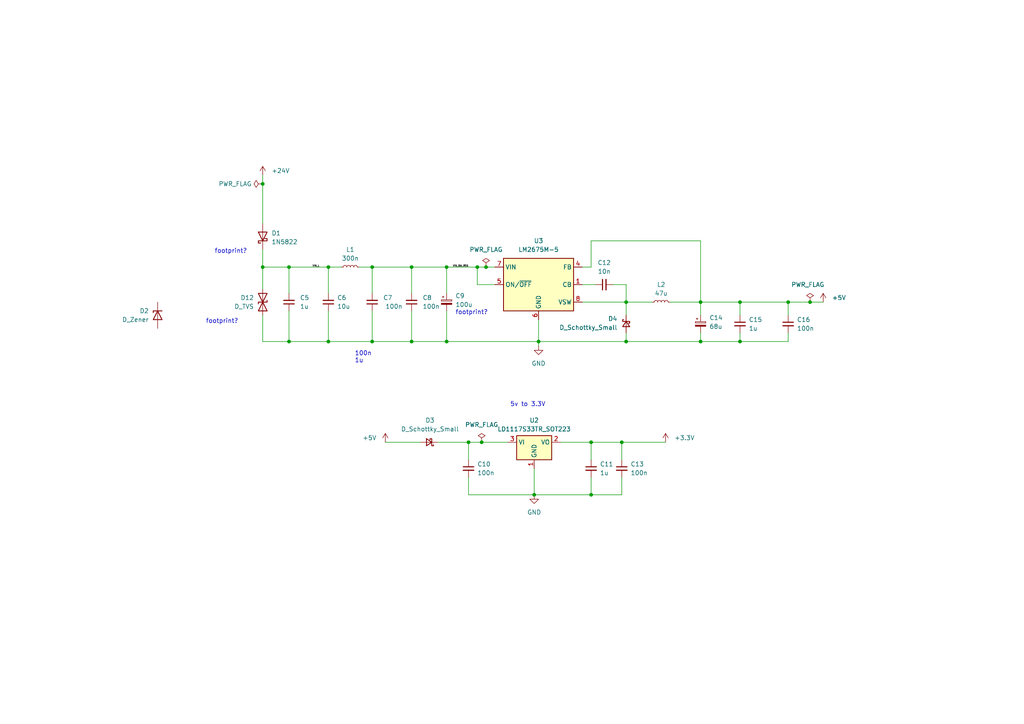
<source format=kicad_sch>
(kicad_sch (version 20230121) (generator eeschema)

  (uuid ae92b0a4-343f-4b2c-b83e-28ea178a9c0a)

  (paper "A4")

  (lib_symbols
    (symbol "Device:C_Polarized_Small" (pin_numbers hide) (pin_names (offset 0.254) hide) (in_bom yes) (on_board yes)
      (property "Reference" "C" (at 0.254 1.778 0)
        (effects (font (size 1.27 1.27)) (justify left))
      )
      (property "Value" "C_Polarized_Small" (at 0.254 -2.032 0)
        (effects (font (size 1.27 1.27)) (justify left))
      )
      (property "Footprint" "" (at 0 0 0)
        (effects (font (size 1.27 1.27)) hide)
      )
      (property "Datasheet" "~" (at 0 0 0)
        (effects (font (size 1.27 1.27)) hide)
      )
      (property "ki_keywords" "cap capacitor" (at 0 0 0)
        (effects (font (size 1.27 1.27)) hide)
      )
      (property "ki_description" "Polarized capacitor, small symbol" (at 0 0 0)
        (effects (font (size 1.27 1.27)) hide)
      )
      (property "ki_fp_filters" "CP_*" (at 0 0 0)
        (effects (font (size 1.27 1.27)) hide)
      )
      (symbol "C_Polarized_Small_0_1"
        (rectangle (start -1.524 -0.3048) (end 1.524 -0.6858)
          (stroke (width 0) (type default))
          (fill (type outline))
        )
        (rectangle (start -1.524 0.6858) (end 1.524 0.3048)
          (stroke (width 0) (type default))
          (fill (type none))
        )
        (polyline
          (pts
            (xy -1.27 1.524)
            (xy -0.762 1.524)
          )
          (stroke (width 0) (type default))
          (fill (type none))
        )
        (polyline
          (pts
            (xy -1.016 1.27)
            (xy -1.016 1.778)
          )
          (stroke (width 0) (type default))
          (fill (type none))
        )
      )
      (symbol "C_Polarized_Small_1_1"
        (pin passive line (at 0 2.54 270) (length 1.8542)
          (name "~" (effects (font (size 1.27 1.27))))
          (number "1" (effects (font (size 1.27 1.27))))
        )
        (pin passive line (at 0 -2.54 90) (length 1.8542)
          (name "~" (effects (font (size 1.27 1.27))))
          (number "2" (effects (font (size 1.27 1.27))))
        )
      )
    )
    (symbol "Device:C_Small" (pin_numbers hide) (pin_names (offset 0.254) hide) (in_bom yes) (on_board yes)
      (property "Reference" "C" (at 0.254 1.778 0)
        (effects (font (size 1.27 1.27)) (justify left))
      )
      (property "Value" "C_Small" (at 0.254 -2.032 0)
        (effects (font (size 1.27 1.27)) (justify left))
      )
      (property "Footprint" "" (at 0 0 0)
        (effects (font (size 1.27 1.27)) hide)
      )
      (property "Datasheet" "~" (at 0 0 0)
        (effects (font (size 1.27 1.27)) hide)
      )
      (property "ki_keywords" "capacitor cap" (at 0 0 0)
        (effects (font (size 1.27 1.27)) hide)
      )
      (property "ki_description" "Unpolarized capacitor, small symbol" (at 0 0 0)
        (effects (font (size 1.27 1.27)) hide)
      )
      (property "ki_fp_filters" "C_*" (at 0 0 0)
        (effects (font (size 1.27 1.27)) hide)
      )
      (symbol "C_Small_0_1"
        (polyline
          (pts
            (xy -1.524 -0.508)
            (xy 1.524 -0.508)
          )
          (stroke (width 0.3302) (type default))
          (fill (type none))
        )
        (polyline
          (pts
            (xy -1.524 0.508)
            (xy 1.524 0.508)
          )
          (stroke (width 0.3048) (type default))
          (fill (type none))
        )
      )
      (symbol "C_Small_1_1"
        (pin passive line (at 0 2.54 270) (length 2.032)
          (name "~" (effects (font (size 1.27 1.27))))
          (number "1" (effects (font (size 1.27 1.27))))
        )
        (pin passive line (at 0 -2.54 90) (length 2.032)
          (name "~" (effects (font (size 1.27 1.27))))
          (number "2" (effects (font (size 1.27 1.27))))
        )
      )
    )
    (symbol "Device:D_Schottky_Small" (pin_numbers hide) (pin_names (offset 0.254) hide) (in_bom yes) (on_board yes)
      (property "Reference" "D" (at -1.27 2.032 0)
        (effects (font (size 1.27 1.27)) (justify left))
      )
      (property "Value" "D_Schottky_Small" (at -7.112 -2.032 0)
        (effects (font (size 1.27 1.27)) (justify left))
      )
      (property "Footprint" "" (at 0 0 90)
        (effects (font (size 1.27 1.27)) hide)
      )
      (property "Datasheet" "~" (at 0 0 90)
        (effects (font (size 1.27 1.27)) hide)
      )
      (property "ki_keywords" "diode Schottky" (at 0 0 0)
        (effects (font (size 1.27 1.27)) hide)
      )
      (property "ki_description" "Schottky diode, small symbol" (at 0 0 0)
        (effects (font (size 1.27 1.27)) hide)
      )
      (property "ki_fp_filters" "TO-???* *_Diode_* *SingleDiode* D_*" (at 0 0 0)
        (effects (font (size 1.27 1.27)) hide)
      )
      (symbol "D_Schottky_Small_0_1"
        (polyline
          (pts
            (xy -0.762 0)
            (xy 0.762 0)
          )
          (stroke (width 0) (type default))
          (fill (type none))
        )
        (polyline
          (pts
            (xy 0.762 -1.016)
            (xy -0.762 0)
            (xy 0.762 1.016)
            (xy 0.762 -1.016)
          )
          (stroke (width 0.254) (type default))
          (fill (type none))
        )
        (polyline
          (pts
            (xy -1.27 0.762)
            (xy -1.27 1.016)
            (xy -0.762 1.016)
            (xy -0.762 -1.016)
            (xy -0.254 -1.016)
            (xy -0.254 -0.762)
          )
          (stroke (width 0.254) (type default))
          (fill (type none))
        )
      )
      (symbol "D_Schottky_Small_1_1"
        (pin passive line (at -2.54 0 0) (length 1.778)
          (name "K" (effects (font (size 1.27 1.27))))
          (number "1" (effects (font (size 1.27 1.27))))
        )
        (pin passive line (at 2.54 0 180) (length 1.778)
          (name "A" (effects (font (size 1.27 1.27))))
          (number "2" (effects (font (size 1.27 1.27))))
        )
      )
    )
    (symbol "Device:D_TVS" (pin_numbers hide) (pin_names (offset 1.016) hide) (in_bom yes) (on_board yes)
      (property "Reference" "D" (at 0 2.54 0)
        (effects (font (size 1.27 1.27)))
      )
      (property "Value" "D_TVS" (at 0 -2.54 0)
        (effects (font (size 1.27 1.27)))
      )
      (property "Footprint" "" (at 0 0 0)
        (effects (font (size 1.27 1.27)) hide)
      )
      (property "Datasheet" "~" (at 0 0 0)
        (effects (font (size 1.27 1.27)) hide)
      )
      (property "ki_keywords" "diode TVS thyrector" (at 0 0 0)
        (effects (font (size 1.27 1.27)) hide)
      )
      (property "ki_description" "Bidirectional transient-voltage-suppression diode" (at 0 0 0)
        (effects (font (size 1.27 1.27)) hide)
      )
      (property "ki_fp_filters" "TO-???* *_Diode_* *SingleDiode* D_*" (at 0 0 0)
        (effects (font (size 1.27 1.27)) hide)
      )
      (symbol "D_TVS_0_1"
        (polyline
          (pts
            (xy 1.27 0)
            (xy -1.27 0)
          )
          (stroke (width 0) (type default))
          (fill (type none))
        )
        (polyline
          (pts
            (xy 0.508 1.27)
            (xy 0 1.27)
            (xy 0 -1.27)
            (xy -0.508 -1.27)
          )
          (stroke (width 0.254) (type default))
          (fill (type none))
        )
        (polyline
          (pts
            (xy -2.54 1.27)
            (xy -2.54 -1.27)
            (xy 2.54 1.27)
            (xy 2.54 -1.27)
            (xy -2.54 1.27)
          )
          (stroke (width 0.254) (type default))
          (fill (type none))
        )
      )
      (symbol "D_TVS_1_1"
        (pin passive line (at -3.81 0 0) (length 2.54)
          (name "A1" (effects (font (size 1.27 1.27))))
          (number "1" (effects (font (size 1.27 1.27))))
        )
        (pin passive line (at 3.81 0 180) (length 2.54)
          (name "A2" (effects (font (size 1.27 1.27))))
          (number "2" (effects (font (size 1.27 1.27))))
        )
      )
    )
    (symbol "Device:D_Zener" (pin_numbers hide) (pin_names (offset 1.016) hide) (in_bom yes) (on_board yes)
      (property "Reference" "D" (at 0 2.54 0)
        (effects (font (size 1.27 1.27)))
      )
      (property "Value" "D_Zener" (at 0 -2.54 0)
        (effects (font (size 1.27 1.27)))
      )
      (property "Footprint" "" (at 0 0 0)
        (effects (font (size 1.27 1.27)) hide)
      )
      (property "Datasheet" "~" (at 0 0 0)
        (effects (font (size 1.27 1.27)) hide)
      )
      (property "ki_keywords" "diode" (at 0 0 0)
        (effects (font (size 1.27 1.27)) hide)
      )
      (property "ki_description" "Zener diode" (at 0 0 0)
        (effects (font (size 1.27 1.27)) hide)
      )
      (property "ki_fp_filters" "TO-???* *_Diode_* *SingleDiode* D_*" (at 0 0 0)
        (effects (font (size 1.27 1.27)) hide)
      )
      (symbol "D_Zener_0_1"
        (polyline
          (pts
            (xy 1.27 0)
            (xy -1.27 0)
          )
          (stroke (width 0) (type default))
          (fill (type none))
        )
        (polyline
          (pts
            (xy -1.27 -1.27)
            (xy -1.27 1.27)
            (xy -0.762 1.27)
          )
          (stroke (width 0.254) (type default))
          (fill (type none))
        )
        (polyline
          (pts
            (xy 1.27 -1.27)
            (xy 1.27 1.27)
            (xy -1.27 0)
            (xy 1.27 -1.27)
          )
          (stroke (width 0.254) (type default))
          (fill (type none))
        )
      )
      (symbol "D_Zener_1_1"
        (pin passive line (at -3.81 0 0) (length 2.54)
          (name "K" (effects (font (size 1.27 1.27))))
          (number "1" (effects (font (size 1.27 1.27))))
        )
        (pin passive line (at 3.81 0 180) (length 2.54)
          (name "A" (effects (font (size 1.27 1.27))))
          (number "2" (effects (font (size 1.27 1.27))))
        )
      )
    )
    (symbol "Device:L_Small" (pin_numbers hide) (pin_names (offset 0.254) hide) (in_bom yes) (on_board yes)
      (property "Reference" "L" (at 0.762 1.016 0)
        (effects (font (size 1.27 1.27)) (justify left))
      )
      (property "Value" "L_Small" (at 0.762 -1.016 0)
        (effects (font (size 1.27 1.27)) (justify left))
      )
      (property "Footprint" "" (at 0 0 0)
        (effects (font (size 1.27 1.27)) hide)
      )
      (property "Datasheet" "~" (at 0 0 0)
        (effects (font (size 1.27 1.27)) hide)
      )
      (property "ki_keywords" "inductor choke coil reactor magnetic" (at 0 0 0)
        (effects (font (size 1.27 1.27)) hide)
      )
      (property "ki_description" "Inductor, small symbol" (at 0 0 0)
        (effects (font (size 1.27 1.27)) hide)
      )
      (property "ki_fp_filters" "Choke_* *Coil* Inductor_* L_*" (at 0 0 0)
        (effects (font (size 1.27 1.27)) hide)
      )
      (symbol "L_Small_0_1"
        (arc (start 0 -2.032) (mid 0.5058 -1.524) (end 0 -1.016)
          (stroke (width 0) (type default))
          (fill (type none))
        )
        (arc (start 0 -1.016) (mid 0.5058 -0.508) (end 0 0)
          (stroke (width 0) (type default))
          (fill (type none))
        )
        (arc (start 0 0) (mid 0.5058 0.508) (end 0 1.016)
          (stroke (width 0) (type default))
          (fill (type none))
        )
        (arc (start 0 1.016) (mid 0.5058 1.524) (end 0 2.032)
          (stroke (width 0) (type default))
          (fill (type none))
        )
      )
      (symbol "L_Small_1_1"
        (pin passive line (at 0 2.54 270) (length 0.508)
          (name "~" (effects (font (size 1.27 1.27))))
          (number "1" (effects (font (size 1.27 1.27))))
        )
        (pin passive line (at 0 -2.54 90) (length 0.508)
          (name "~" (effects (font (size 1.27 1.27))))
          (number "2" (effects (font (size 1.27 1.27))))
        )
      )
    )
    (symbol "Diode:1N5822" (pin_numbers hide) (pin_names (offset 1.016) hide) (in_bom yes) (on_board yes)
      (property "Reference" "D" (at 0 2.54 0)
        (effects (font (size 1.27 1.27)))
      )
      (property "Value" "1N5822" (at 0 -2.54 0)
        (effects (font (size 1.27 1.27)))
      )
      (property "Footprint" "Diode_THT:D_DO-201AD_P15.24mm_Horizontal" (at 0 -4.445 0)
        (effects (font (size 1.27 1.27)) hide)
      )
      (property "Datasheet" "http://www.vishay.com/docs/88526/1n5820.pdf" (at 0 0 0)
        (effects (font (size 1.27 1.27)) hide)
      )
      (property "ki_keywords" "diode Schottky" (at 0 0 0)
        (effects (font (size 1.27 1.27)) hide)
      )
      (property "ki_description" "40V 3A Schottky Barrier Rectifier Diode, DO-201AD" (at 0 0 0)
        (effects (font (size 1.27 1.27)) hide)
      )
      (property "ki_fp_filters" "D*DO?201AD*" (at 0 0 0)
        (effects (font (size 1.27 1.27)) hide)
      )
      (symbol "1N5822_0_1"
        (polyline
          (pts
            (xy 1.27 0)
            (xy -1.27 0)
          )
          (stroke (width 0) (type default))
          (fill (type none))
        )
        (polyline
          (pts
            (xy 1.27 1.27)
            (xy 1.27 -1.27)
            (xy -1.27 0)
            (xy 1.27 1.27)
          )
          (stroke (width 0.254) (type default))
          (fill (type none))
        )
        (polyline
          (pts
            (xy -1.905 0.635)
            (xy -1.905 1.27)
            (xy -1.27 1.27)
            (xy -1.27 -1.27)
            (xy -0.635 -1.27)
            (xy -0.635 -0.635)
          )
          (stroke (width 0.254) (type default))
          (fill (type none))
        )
      )
      (symbol "1N5822_1_1"
        (pin passive line (at -3.81 0 0) (length 2.54)
          (name "K" (effects (font (size 1.27 1.27))))
          (number "1" (effects (font (size 1.27 1.27))))
        )
        (pin passive line (at 3.81 0 180) (length 2.54)
          (name "A" (effects (font (size 1.27 1.27))))
          (number "2" (effects (font (size 1.27 1.27))))
        )
      )
    )
    (symbol "Regulator_Linear:LD1117S33TR_SOT223" (in_bom yes) (on_board yes)
      (property "Reference" "U" (at -3.81 3.175 0)
        (effects (font (size 1.27 1.27)))
      )
      (property "Value" "LD1117S33TR_SOT223" (at 0 3.175 0)
        (effects (font (size 1.27 1.27)) (justify left))
      )
      (property "Footprint" "Package_TO_SOT_SMD:SOT-223-3_TabPin2" (at 0 5.08 0)
        (effects (font (size 1.27 1.27)) hide)
      )
      (property "Datasheet" "http://www.st.com/st-web-ui/static/active/en/resource/technical/document/datasheet/CD00000544.pdf" (at 2.54 -6.35 0)
        (effects (font (size 1.27 1.27)) hide)
      )
      (property "ki_keywords" "REGULATOR LDO 3.3V" (at 0 0 0)
        (effects (font (size 1.27 1.27)) hide)
      )
      (property "ki_description" "800mA Fixed Low Drop Positive Voltage Regulator, Fixed Output 3.3V, SOT-223" (at 0 0 0)
        (effects (font (size 1.27 1.27)) hide)
      )
      (property "ki_fp_filters" "SOT?223*TabPin2*" (at 0 0 0)
        (effects (font (size 1.27 1.27)) hide)
      )
      (symbol "LD1117S33TR_SOT223_0_1"
        (rectangle (start -5.08 -5.08) (end 5.08 1.905)
          (stroke (width 0.254) (type default))
          (fill (type background))
        )
      )
      (symbol "LD1117S33TR_SOT223_1_1"
        (pin power_in line (at 0 -7.62 90) (length 2.54)
          (name "GND" (effects (font (size 1.27 1.27))))
          (number "1" (effects (font (size 1.27 1.27))))
        )
        (pin power_out line (at 7.62 0 180) (length 2.54)
          (name "VO" (effects (font (size 1.27 1.27))))
          (number "2" (effects (font (size 1.27 1.27))))
        )
        (pin power_in line (at -7.62 0 0) (length 2.54)
          (name "VI" (effects (font (size 1.27 1.27))))
          (number "3" (effects (font (size 1.27 1.27))))
        )
      )
    )
    (symbol "Regulator_Switching:LM2675M-5" (in_bom yes) (on_board yes)
      (property "Reference" "U" (at -10.16 8.89 0)
        (effects (font (size 1.27 1.27)) (justify left))
      )
      (property "Value" "LM2675M-5" (at 0 8.89 0)
        (effects (font (size 1.27 1.27)) (justify left))
      )
      (property "Footprint" "Package_SO:SOIC-8_3.9x4.9mm_P1.27mm" (at 1.27 -8.89 0)
        (effects (font (size 1.27 1.27) italic) (justify left) hide)
      )
      (property "Datasheet" "http://www.ti.com/lit/ds/symlink/lm2675.pdf" (at 0 0 0)
        (effects (font (size 1.27 1.27)) hide)
      )
      (property "ki_keywords" "Step-Down Voltage Regulator 5V 1A" (at 0 0 0)
        (effects (font (size 1.27 1.27)) hide)
      )
      (property "ki_description" "5V, 1A Step-Down Voltage Regulator, SO-8" (at 0 0 0)
        (effects (font (size 1.27 1.27)) hide)
      )
      (property "ki_fp_filters" "SOIC*3.9x4.9mm*P1.27mm*" (at 0 0 0)
        (effects (font (size 1.27 1.27)) hide)
      )
      (symbol "LM2675M-5_0_1"
        (rectangle (start -10.16 7.62) (end 10.16 -7.62)
          (stroke (width 0.254) (type default))
          (fill (type background))
        )
      )
      (symbol "LM2675M-5_1_1"
        (pin input line (at 12.7 0 180) (length 2.54)
          (name "CB" (effects (font (size 1.27 1.27))))
          (number "1" (effects (font (size 1.27 1.27))))
        )
        (pin no_connect line (at -10.16 -2.54 0) (length 2.54) hide
          (name "NC" (effects (font (size 1.27 1.27))))
          (number "2" (effects (font (size 1.27 1.27))))
        )
        (pin no_connect line (at -10.16 -5.08 0) (length 2.54) hide
          (name "NC" (effects (font (size 1.27 1.27))))
          (number "3" (effects (font (size 1.27 1.27))))
        )
        (pin input line (at 12.7 5.08 180) (length 2.54)
          (name "FB" (effects (font (size 1.27 1.27))))
          (number "4" (effects (font (size 1.27 1.27))))
        )
        (pin input line (at -12.7 0 0) (length 2.54)
          (name "ON/~{OFF}" (effects (font (size 1.27 1.27))))
          (number "5" (effects (font (size 1.27 1.27))))
        )
        (pin power_in line (at 0 -10.16 90) (length 2.54)
          (name "GND" (effects (font (size 1.27 1.27))))
          (number "6" (effects (font (size 1.27 1.27))))
        )
        (pin power_in line (at -12.7 5.08 0) (length 2.54)
          (name "VIN" (effects (font (size 1.27 1.27))))
          (number "7" (effects (font (size 1.27 1.27))))
        )
        (pin output line (at 12.7 -5.08 180) (length 2.54)
          (name "VSW" (effects (font (size 1.27 1.27))))
          (number "8" (effects (font (size 1.27 1.27))))
        )
      )
    )
    (symbol "power:+24V" (power) (pin_names (offset 0)) (in_bom yes) (on_board yes)
      (property "Reference" "#PWR" (at 0 -3.81 0)
        (effects (font (size 1.27 1.27)) hide)
      )
      (property "Value" "+24V" (at 0 3.556 0)
        (effects (font (size 1.27 1.27)))
      )
      (property "Footprint" "" (at 0 0 0)
        (effects (font (size 1.27 1.27)) hide)
      )
      (property "Datasheet" "" (at 0 0 0)
        (effects (font (size 1.27 1.27)) hide)
      )
      (property "ki_keywords" "global power" (at 0 0 0)
        (effects (font (size 1.27 1.27)) hide)
      )
      (property "ki_description" "Power symbol creates a global label with name \"+24V\"" (at 0 0 0)
        (effects (font (size 1.27 1.27)) hide)
      )
      (symbol "+24V_0_1"
        (polyline
          (pts
            (xy -0.762 1.27)
            (xy 0 2.54)
          )
          (stroke (width 0) (type default))
          (fill (type none))
        )
        (polyline
          (pts
            (xy 0 0)
            (xy 0 2.54)
          )
          (stroke (width 0) (type default))
          (fill (type none))
        )
        (polyline
          (pts
            (xy 0 2.54)
            (xy 0.762 1.27)
          )
          (stroke (width 0) (type default))
          (fill (type none))
        )
      )
      (symbol "+24V_1_1"
        (pin power_in line (at 0 0 90) (length 0) hide
          (name "+24V" (effects (font (size 1.27 1.27))))
          (number "1" (effects (font (size 1.27 1.27))))
        )
      )
    )
    (symbol "power:+3.3V" (power) (pin_names (offset 0)) (in_bom yes) (on_board yes)
      (property "Reference" "#PWR" (at 0 -3.81 0)
        (effects (font (size 1.27 1.27)) hide)
      )
      (property "Value" "+3.3V" (at 0 3.556 0)
        (effects (font (size 1.27 1.27)))
      )
      (property "Footprint" "" (at 0 0 0)
        (effects (font (size 1.27 1.27)) hide)
      )
      (property "Datasheet" "" (at 0 0 0)
        (effects (font (size 1.27 1.27)) hide)
      )
      (property "ki_keywords" "global power" (at 0 0 0)
        (effects (font (size 1.27 1.27)) hide)
      )
      (property "ki_description" "Power symbol creates a global label with name \"+3.3V\"" (at 0 0 0)
        (effects (font (size 1.27 1.27)) hide)
      )
      (symbol "+3.3V_0_1"
        (polyline
          (pts
            (xy -0.762 1.27)
            (xy 0 2.54)
          )
          (stroke (width 0) (type default))
          (fill (type none))
        )
        (polyline
          (pts
            (xy 0 0)
            (xy 0 2.54)
          )
          (stroke (width 0) (type default))
          (fill (type none))
        )
        (polyline
          (pts
            (xy 0 2.54)
            (xy 0.762 1.27)
          )
          (stroke (width 0) (type default))
          (fill (type none))
        )
      )
      (symbol "+3.3V_1_1"
        (pin power_in line (at 0 0 90) (length 0) hide
          (name "+3.3V" (effects (font (size 1.27 1.27))))
          (number "1" (effects (font (size 1.27 1.27))))
        )
      )
    )
    (symbol "power:+5V" (power) (pin_names (offset 0)) (in_bom yes) (on_board yes)
      (property "Reference" "#PWR" (at 0 -3.81 0)
        (effects (font (size 1.27 1.27)) hide)
      )
      (property "Value" "+5V" (at 0 3.556 0)
        (effects (font (size 1.27 1.27)))
      )
      (property "Footprint" "" (at 0 0 0)
        (effects (font (size 1.27 1.27)) hide)
      )
      (property "Datasheet" "" (at 0 0 0)
        (effects (font (size 1.27 1.27)) hide)
      )
      (property "ki_keywords" "global power" (at 0 0 0)
        (effects (font (size 1.27 1.27)) hide)
      )
      (property "ki_description" "Power symbol creates a global label with name \"+5V\"" (at 0 0 0)
        (effects (font (size 1.27 1.27)) hide)
      )
      (symbol "+5V_0_1"
        (polyline
          (pts
            (xy -0.762 1.27)
            (xy 0 2.54)
          )
          (stroke (width 0) (type default))
          (fill (type none))
        )
        (polyline
          (pts
            (xy 0 0)
            (xy 0 2.54)
          )
          (stroke (width 0) (type default))
          (fill (type none))
        )
        (polyline
          (pts
            (xy 0 2.54)
            (xy 0.762 1.27)
          )
          (stroke (width 0) (type default))
          (fill (type none))
        )
      )
      (symbol "+5V_1_1"
        (pin power_in line (at 0 0 90) (length 0) hide
          (name "+5V" (effects (font (size 1.27 1.27))))
          (number "1" (effects (font (size 1.27 1.27))))
        )
      )
    )
    (symbol "power:GND" (power) (pin_names (offset 0)) (in_bom yes) (on_board yes)
      (property "Reference" "#PWR" (at 0 -6.35 0)
        (effects (font (size 1.27 1.27)) hide)
      )
      (property "Value" "GND" (at 0 -3.81 0)
        (effects (font (size 1.27 1.27)))
      )
      (property "Footprint" "" (at 0 0 0)
        (effects (font (size 1.27 1.27)) hide)
      )
      (property "Datasheet" "" (at 0 0 0)
        (effects (font (size 1.27 1.27)) hide)
      )
      (property "ki_keywords" "global power" (at 0 0 0)
        (effects (font (size 1.27 1.27)) hide)
      )
      (property "ki_description" "Power symbol creates a global label with name \"GND\" , ground" (at 0 0 0)
        (effects (font (size 1.27 1.27)) hide)
      )
      (symbol "GND_0_1"
        (polyline
          (pts
            (xy 0 0)
            (xy 0 -1.27)
            (xy 1.27 -1.27)
            (xy 0 -2.54)
            (xy -1.27 -1.27)
            (xy 0 -1.27)
          )
          (stroke (width 0) (type default))
          (fill (type none))
        )
      )
      (symbol "GND_1_1"
        (pin power_in line (at 0 0 270) (length 0) hide
          (name "GND" (effects (font (size 1.27 1.27))))
          (number "1" (effects (font (size 1.27 1.27))))
        )
      )
    )
    (symbol "power:PWR_FLAG" (power) (pin_numbers hide) (pin_names (offset 0) hide) (in_bom yes) (on_board yes)
      (property "Reference" "#FLG" (at 0 1.905 0)
        (effects (font (size 1.27 1.27)) hide)
      )
      (property "Value" "PWR_FLAG" (at 0 3.81 0)
        (effects (font (size 1.27 1.27)))
      )
      (property "Footprint" "" (at 0 0 0)
        (effects (font (size 1.27 1.27)) hide)
      )
      (property "Datasheet" "~" (at 0 0 0)
        (effects (font (size 1.27 1.27)) hide)
      )
      (property "ki_keywords" "flag power" (at 0 0 0)
        (effects (font (size 1.27 1.27)) hide)
      )
      (property "ki_description" "Special symbol for telling ERC where power comes from" (at 0 0 0)
        (effects (font (size 1.27 1.27)) hide)
      )
      (symbol "PWR_FLAG_0_0"
        (pin power_out line (at 0 0 90) (length 0)
          (name "pwr" (effects (font (size 1.27 1.27))))
          (number "1" (effects (font (size 1.27 1.27))))
        )
      )
      (symbol "PWR_FLAG_0_1"
        (polyline
          (pts
            (xy 0 0)
            (xy 0 1.27)
            (xy -1.016 1.905)
            (xy 0 2.54)
            (xy 1.016 1.905)
            (xy 0 1.27)
          )
          (stroke (width 0) (type default))
          (fill (type none))
        )
      )
    )
  )

  (junction (at 83.82 99.06) (diameter 0) (color 0 0 0 0)
    (uuid 07773d44-e215-41bd-b2fc-530bb584e4e2)
  )
  (junction (at 234.95 87.63) (diameter 0) (color 0 0 0 0)
    (uuid 0ac26859-167d-4193-a44e-62a281782f6f)
  )
  (junction (at 135.89 128.27) (diameter 0) (color 0 0 0 0)
    (uuid 0d2f87a9-b790-47ad-9111-6f4b4396f4a0)
  )
  (junction (at 214.63 87.63) (diameter 0) (color 0 0 0 0)
    (uuid 2552ed4b-949d-4314-8a0c-c83bd5f34797)
  )
  (junction (at 129.54 77.47) (diameter 0) (color 0 0 0 0)
    (uuid 2f4b83cb-0605-4541-b6f2-f993be9b6047)
  )
  (junction (at 181.61 99.06) (diameter 0) (color 0 0 0 0)
    (uuid 3f0d407f-db47-420b-a309-8d4c5e970a4f)
  )
  (junction (at 156.21 99.06) (diameter 0) (color 0 0 0 0)
    (uuid 45217655-42a6-4c1a-a2db-b0c98e026422)
  )
  (junction (at 95.25 99.06) (diameter 0) (color 0 0 0 0)
    (uuid 4b600f9b-bd10-4b2f-af9c-d8fef64072d5)
  )
  (junction (at 214.63 99.06) (diameter 0) (color 0 0 0 0)
    (uuid 6e41837a-5584-4bf7-bcaf-82545438257f)
  )
  (junction (at 140.97 77.47) (diameter 0) (color 0 0 0 0)
    (uuid 7319dde3-960e-4162-a71e-3b4264c77f69)
  )
  (junction (at 181.61 87.63) (diameter 0) (color 0 0 0 0)
    (uuid 8a45af8a-2cf1-4863-874c-386f200931d4)
  )
  (junction (at 138.43 77.47) (diameter 0) (color 0 0 0 0)
    (uuid 90ad5d47-69fc-4d72-8140-6ce4c233ea63)
  )
  (junction (at 107.95 77.47) (diameter 0) (color 0 0 0 0)
    (uuid 9443b914-5fd0-4988-9662-cc81185c785d)
  )
  (junction (at 76.2 77.47) (diameter 0) (color 0 0 0 0)
    (uuid a223d294-fc97-4760-a84b-07f5df82a970)
  )
  (junction (at 154.94 143.51) (diameter 0) (color 0 0 0 0)
    (uuid aa90dfcf-bfdf-4bc8-a2fc-5119d92d5da9)
  )
  (junction (at 129.54 99.06) (diameter 0) (color 0 0 0 0)
    (uuid bfe1ab1d-cb4c-4d1a-ad10-f2a128e7a965)
  )
  (junction (at 107.95 99.06) (diameter 0) (color 0 0 0 0)
    (uuid c27e96e8-983a-4bff-8849-5d5fedba52fd)
  )
  (junction (at 171.45 128.27) (diameter 0) (color 0 0 0 0)
    (uuid c7282e7e-4491-40f3-a3ce-ba19a8d7076f)
  )
  (junction (at 203.2 99.06) (diameter 0) (color 0 0 0 0)
    (uuid cabd44d8-a522-497d-b6c8-d36104c62834)
  )
  (junction (at 119.38 77.47) (diameter 0) (color 0 0 0 0)
    (uuid d54ac4c6-3593-41c7-ab6e-e3740268432e)
  )
  (junction (at 171.45 143.51) (diameter 0) (color 0 0 0 0)
    (uuid d6d20754-ccf2-4a29-ad9a-d51015f5f43b)
  )
  (junction (at 228.6 87.63) (diameter 0) (color 0 0 0 0)
    (uuid da81d33e-73cb-4776-a09a-44a8ce1e9441)
  )
  (junction (at 139.7 128.27) (diameter 0) (color 0 0 0 0)
    (uuid df96f487-1987-4eec-a594-2c50e355018e)
  )
  (junction (at 95.25 77.47) (diameter 0) (color 0 0 0 0)
    (uuid e338df55-3cfb-47cc-9b64-53c15f31e65a)
  )
  (junction (at 76.2 53.34) (diameter 0) (color 0 0 0 0)
    (uuid ecd0c9a4-7236-407b-ac35-56d7abfbffc3)
  )
  (junction (at 203.2 87.63) (diameter 0) (color 0 0 0 0)
    (uuid ee78596b-3e82-4ecf-a293-79c42a457208)
  )
  (junction (at 119.38 99.06) (diameter 0) (color 0 0 0 0)
    (uuid eeae245b-8c53-4b3f-a778-3c12ff73204c)
  )
  (junction (at 83.82 77.47) (diameter 0) (color 0 0 0 0)
    (uuid f123b24d-f707-4e29-ab6e-5d830453392d)
  )
  (junction (at 180.34 128.27) (diameter 0) (color 0 0 0 0)
    (uuid fd897007-cdab-4ae3-8da7-4df188c3fc83)
  )

  (wire (pts (xy 177.8 82.55) (xy 181.61 82.55))
    (stroke (width 0) (type default))
    (uuid 02aeee1d-3eb2-47f0-a853-d0be66664851)
  )
  (wire (pts (xy 76.2 77.47) (xy 83.82 77.47))
    (stroke (width 0) (type default))
    (uuid 0723ceb3-b37f-4f6d-9e05-51661185ae49)
  )
  (wire (pts (xy 119.38 77.47) (xy 119.38 85.09))
    (stroke (width 0) (type default))
    (uuid 09f6d48c-4c8b-49bd-a298-fcdd592a730d)
  )
  (wire (pts (xy 83.82 77.47) (xy 95.25 77.47))
    (stroke (width 0) (type default))
    (uuid 0af042ee-9a87-4b8e-b7f6-4c39b21d8428)
  )
  (wire (pts (xy 104.14 77.47) (xy 107.95 77.47))
    (stroke (width 0) (type default))
    (uuid 0db118fe-fa1c-4650-b606-8d2ad54f31da)
  )
  (wire (pts (xy 76.2 99.06) (xy 83.82 99.06))
    (stroke (width 0) (type default))
    (uuid 14a59126-a71a-41cc-87bd-6aebf5f56701)
  )
  (wire (pts (xy 83.82 99.06) (xy 95.25 99.06))
    (stroke (width 0) (type default))
    (uuid 166fd15c-13dd-4563-ab52-db2eebd151c8)
  )
  (wire (pts (xy 138.43 77.47) (xy 140.97 77.47))
    (stroke (width 0) (type default))
    (uuid 19684d60-9524-409d-baac-9a4d1d8ee886)
  )
  (wire (pts (xy 203.2 99.06) (xy 203.2 96.52))
    (stroke (width 0) (type default))
    (uuid 19ff879f-a9ee-4665-9d5f-14d0f8776e1a)
  )
  (wire (pts (xy 138.43 82.55) (xy 143.51 82.55))
    (stroke (width 0) (type default))
    (uuid 1adcc148-5730-4900-8f75-49009bf161b2)
  )
  (wire (pts (xy 154.94 143.51) (xy 171.45 143.51))
    (stroke (width 0) (type default))
    (uuid 1c600c53-bde5-4903-b78c-2300d92c713f)
  )
  (wire (pts (xy 171.45 143.51) (xy 180.34 143.51))
    (stroke (width 0) (type default))
    (uuid 1dcf5825-d6ff-468b-96ee-135ad75db104)
  )
  (wire (pts (xy 119.38 90.17) (xy 119.38 99.06))
    (stroke (width 0) (type default))
    (uuid 1f2b7451-756b-4369-8574-12389ad47e78)
  )
  (wire (pts (xy 138.43 77.47) (xy 138.43 82.55))
    (stroke (width 0) (type default))
    (uuid 1f8f2185-86b6-4dcc-9d2a-d234c2819e68)
  )
  (wire (pts (xy 107.95 90.17) (xy 107.95 99.06))
    (stroke (width 0) (type default))
    (uuid 236cb2be-add3-43fd-8553-31574929df18)
  )
  (wire (pts (xy 168.91 87.63) (xy 181.61 87.63))
    (stroke (width 0) (type default))
    (uuid 309bf2cf-85da-4813-a76b-c7870f24584d)
  )
  (wire (pts (xy 168.91 82.55) (xy 172.72 82.55))
    (stroke (width 0) (type default))
    (uuid 314c5175-229b-449f-8c6a-0c862d1d66a7)
  )
  (wire (pts (xy 180.34 128.27) (xy 180.34 133.35))
    (stroke (width 0) (type default))
    (uuid 331cf39f-8624-4d3a-b85d-96b51caaa341)
  )
  (wire (pts (xy 107.95 77.47) (xy 119.38 77.47))
    (stroke (width 0) (type default))
    (uuid 368ef3ce-a608-4e90-8d1f-45064dae08b2)
  )
  (wire (pts (xy 180.34 138.43) (xy 180.34 143.51))
    (stroke (width 0) (type default))
    (uuid 369d4662-1f1c-4409-92ef-dd6a762b979d)
  )
  (wire (pts (xy 119.38 99.06) (xy 129.54 99.06))
    (stroke (width 0) (type default))
    (uuid 394b81cd-6de2-4bf1-b05b-9ff810319abb)
  )
  (wire (pts (xy 181.61 82.55) (xy 181.61 87.63))
    (stroke (width 0) (type default))
    (uuid 42d5d66a-06a9-4bd6-9d0f-b504d912e2e7)
  )
  (wire (pts (xy 180.34 128.27) (xy 193.04 128.27))
    (stroke (width 0) (type default))
    (uuid 4437fd2b-dcb8-4178-821c-93e9025eb9cf)
  )
  (wire (pts (xy 203.2 99.06) (xy 214.63 99.06))
    (stroke (width 0) (type default))
    (uuid 457275cf-8a20-4635-9502-0f3679be0763)
  )
  (wire (pts (xy 135.89 138.43) (xy 135.89 143.51))
    (stroke (width 0) (type default))
    (uuid 46e23a83-24b0-4357-9eec-e567bd8fa9cf)
  )
  (wire (pts (xy 203.2 87.63) (xy 214.63 87.63))
    (stroke (width 0) (type default))
    (uuid 48e143fd-d60b-4d60-b7fa-af0c35b74097)
  )
  (wire (pts (xy 181.61 96.52) (xy 181.61 99.06))
    (stroke (width 0) (type default))
    (uuid 4a9a284e-d1e7-4461-9fd1-9edab3bcfd74)
  )
  (wire (pts (xy 171.45 69.85) (xy 203.2 69.85))
    (stroke (width 0) (type default))
    (uuid 4b719dac-101d-4ad6-976f-5b292edda0d6)
  )
  (wire (pts (xy 171.45 77.47) (xy 171.45 69.85))
    (stroke (width 0) (type default))
    (uuid 4f70319a-28af-4f47-98a6-abd47056e749)
  )
  (wire (pts (xy 168.91 77.47) (xy 171.45 77.47))
    (stroke (width 0) (type default))
    (uuid 52f20906-5dd1-48f1-b25e-a49443ca39e5)
  )
  (wire (pts (xy 194.31 87.63) (xy 203.2 87.63))
    (stroke (width 0) (type default))
    (uuid 55f21b64-ceed-4453-af20-f974ca9b2df0)
  )
  (wire (pts (xy 111.76 128.27) (xy 121.92 128.27))
    (stroke (width 0) (type default))
    (uuid 577fa6ba-240c-4c9d-b9e3-b543b85cdbc2)
  )
  (wire (pts (xy 95.25 99.06) (xy 107.95 99.06))
    (stroke (width 0) (type default))
    (uuid 5ae322d1-3f88-4f63-8274-21095c2a7c02)
  )
  (wire (pts (xy 156.21 99.06) (xy 181.61 99.06))
    (stroke (width 0) (type default))
    (uuid 5d067b0d-fbef-4285-bf10-107c769383cb)
  )
  (wire (pts (xy 119.38 77.47) (xy 129.54 77.47))
    (stroke (width 0) (type default))
    (uuid 62fc3104-7f7b-4416-975c-987da9b7e0bc)
  )
  (wire (pts (xy 156.21 92.71) (xy 156.21 99.06))
    (stroke (width 0) (type default))
    (uuid 67acef21-c57a-44e0-9c94-558917211d22)
  )
  (wire (pts (xy 129.54 90.17) (xy 129.54 99.06))
    (stroke (width 0) (type default))
    (uuid 6b3d0d9a-cae2-4ac9-b933-f80a8a79adb7)
  )
  (wire (pts (xy 135.89 128.27) (xy 139.7 128.27))
    (stroke (width 0) (type default))
    (uuid 6dd9aee2-07fc-4f89-80a7-d421d69404ed)
  )
  (wire (pts (xy 127 128.27) (xy 135.89 128.27))
    (stroke (width 0) (type default))
    (uuid 7432bf05-fcf5-4295-bd3f-a6b71a07c37a)
  )
  (wire (pts (xy 171.45 138.43) (xy 171.45 143.51))
    (stroke (width 0) (type default))
    (uuid 7de31e87-32a9-4352-9cef-6f9e64badc4e)
  )
  (wire (pts (xy 76.2 53.34) (xy 76.2 64.77))
    (stroke (width 0) (type default))
    (uuid 7e978337-72d4-4140-bdb1-0bdcdfbf5c8c)
  )
  (wire (pts (xy 214.63 87.63) (xy 214.63 91.44))
    (stroke (width 0) (type default))
    (uuid 7ee504fc-0fac-40bd-8578-b4ae437a9e13)
  )
  (wire (pts (xy 76.2 77.47) (xy 76.2 83.82))
    (stroke (width 0) (type default))
    (uuid 7f61cee6-99d6-4d86-8d73-7485ca3ac345)
  )
  (wire (pts (xy 171.45 128.27) (xy 171.45 133.35))
    (stroke (width 0) (type default))
    (uuid 81cbbd79-6474-4e2d-85f0-d1d9d8cdfd9f)
  )
  (wire (pts (xy 214.63 96.52) (xy 214.63 99.06))
    (stroke (width 0) (type default))
    (uuid 8b7b17a5-8e5d-4b98-b4a7-654bbf658e2c)
  )
  (wire (pts (xy 214.63 99.06) (xy 228.6 99.06))
    (stroke (width 0) (type default))
    (uuid 924ccf06-beb1-4d3b-87fe-b3cdf73d4f4a)
  )
  (wire (pts (xy 140.97 77.47) (xy 143.51 77.47))
    (stroke (width 0) (type default))
    (uuid 92e2b937-be6c-49e0-983d-7ba6128e958e)
  )
  (wire (pts (xy 162.56 128.27) (xy 171.45 128.27))
    (stroke (width 0) (type default))
    (uuid 9307fb3b-e028-4eab-887e-39c181303c7c)
  )
  (wire (pts (xy 171.45 128.27) (xy 180.34 128.27))
    (stroke (width 0) (type default))
    (uuid 977ffdd1-4564-42fc-8485-bb483b1bafd6)
  )
  (wire (pts (xy 95.25 77.47) (xy 95.25 85.09))
    (stroke (width 0) (type default))
    (uuid 97b6b56a-c204-4b3b-af8e-25eb5bf67587)
  )
  (wire (pts (xy 228.6 87.63) (xy 228.6 91.44))
    (stroke (width 0) (type default))
    (uuid a1c2d0c1-cc2d-4099-88cc-c59f076a4aa5)
  )
  (wire (pts (xy 129.54 77.47) (xy 129.54 85.09))
    (stroke (width 0) (type default))
    (uuid a3bc5d31-0574-4bc8-b0a6-539e038df48a)
  )
  (wire (pts (xy 181.61 87.63) (xy 189.23 87.63))
    (stroke (width 0) (type default))
    (uuid a9c47410-0539-4ff3-a160-3dc17a6dbb80)
  )
  (wire (pts (xy 76.2 72.39) (xy 76.2 77.47))
    (stroke (width 0) (type default))
    (uuid add68617-249b-40ae-b00c-c27141f2c47a)
  )
  (wire (pts (xy 234.95 87.63) (xy 238.76 87.63))
    (stroke (width 0) (type default))
    (uuid b8819bba-f086-4687-9e6f-1396c1daa709)
  )
  (wire (pts (xy 107.95 99.06) (xy 119.38 99.06))
    (stroke (width 0) (type default))
    (uuid b8b33963-a27c-412a-bea1-0791d55583a5)
  )
  (wire (pts (xy 129.54 77.47) (xy 138.43 77.47))
    (stroke (width 0) (type default))
    (uuid c27835ca-d2eb-4123-a4f5-05970f77b422)
  )
  (wire (pts (xy 228.6 87.63) (xy 234.95 87.63))
    (stroke (width 0) (type default))
    (uuid c38eb510-4351-47b0-99f0-b55f3463c193)
  )
  (wire (pts (xy 107.95 77.47) (xy 107.95 85.09))
    (stroke (width 0) (type default))
    (uuid c535f854-7e72-44f5-95d0-1d663797df5f)
  )
  (wire (pts (xy 156.21 99.06) (xy 156.21 100.33))
    (stroke (width 0) (type default))
    (uuid c6bb6edc-b6aa-41d7-ab3b-d049ec3109bc)
  )
  (wire (pts (xy 95.25 77.47) (xy 99.06 77.47))
    (stroke (width 0) (type default))
    (uuid d67f899a-2bb8-4cbb-8a69-19f08fd72732)
  )
  (wire (pts (xy 228.6 99.06) (xy 228.6 96.52))
    (stroke (width 0) (type default))
    (uuid d6c867bf-9189-4fac-9c23-a62a0dfa5e75)
  )
  (wire (pts (xy 203.2 87.63) (xy 203.2 91.44))
    (stroke (width 0) (type default))
    (uuid d73bfbef-e9aa-4e8f-a956-0225cfd057e3)
  )
  (wire (pts (xy 83.82 77.47) (xy 83.82 85.09))
    (stroke (width 0) (type default))
    (uuid de348cde-354d-48e2-af30-3bb9baf13de3)
  )
  (wire (pts (xy 95.25 90.17) (xy 95.25 99.06))
    (stroke (width 0) (type default))
    (uuid dfbfad43-fbe8-4158-8fce-1fcd1af32654)
  )
  (wire (pts (xy 139.7 128.27) (xy 147.32 128.27))
    (stroke (width 0) (type default))
    (uuid dfd9834c-431c-40b6-8ccd-0dba3f52c4cf)
  )
  (wire (pts (xy 76.2 91.44) (xy 76.2 99.06))
    (stroke (width 0) (type default))
    (uuid e0d1f061-d75a-45c4-a899-a945cba10a7f)
  )
  (wire (pts (xy 83.82 90.17) (xy 83.82 99.06))
    (stroke (width 0) (type default))
    (uuid e50c3fb7-6227-491b-8793-091e21331f09)
  )
  (wire (pts (xy 181.61 87.63) (xy 181.61 91.44))
    (stroke (width 0) (type default))
    (uuid e5e689cc-ec89-4898-ba2c-2c62a5e2e8c5)
  )
  (wire (pts (xy 203.2 69.85) (xy 203.2 87.63))
    (stroke (width 0) (type default))
    (uuid e6b2f9e4-6833-4a54-ba63-66e44fc47f38)
  )
  (wire (pts (xy 135.89 128.27) (xy 135.89 133.35))
    (stroke (width 0) (type default))
    (uuid e6c7a3c9-7541-4009-bbfe-cd3a260f800e)
  )
  (wire (pts (xy 76.2 50.8) (xy 76.2 53.34))
    (stroke (width 0) (type default))
    (uuid e75d52f5-a70e-43de-be24-ef99e2fd418b)
  )
  (wire (pts (xy 214.63 87.63) (xy 228.6 87.63))
    (stroke (width 0) (type default))
    (uuid edb5c1f2-916c-4c54-847d-8a09d747146f)
  )
  (wire (pts (xy 135.89 143.51) (xy 154.94 143.51))
    (stroke (width 0) (type default))
    (uuid f5926810-a199-4c5e-9b18-8d3c3b93f6e3)
  )
  (wire (pts (xy 129.54 99.06) (xy 156.21 99.06))
    (stroke (width 0) (type default))
    (uuid f5c29503-801a-45b1-b4dc-a6cca286c364)
  )
  (wire (pts (xy 181.61 99.06) (xy 203.2 99.06))
    (stroke (width 0) (type default))
    (uuid f6b92210-4a9d-41e9-a878-709bd04f4a77)
  )
  (wire (pts (xy 154.94 135.89) (xy 154.94 143.51))
    (stroke (width 0) (type default))
    (uuid f8d75760-98bf-4b32-b88f-129b9926a482)
  )

  (text "footprint?" (at 59.69 93.98 0)
    (effects (font (size 1.27 1.27)) (justify left bottom))
    (uuid 03de73a6-159b-464c-b3d1-872c7e32f755)
  )
  (text "footprint?" (at 132.08 91.44 0)
    (effects (font (size 1.27 1.27)) (justify left bottom))
    (uuid 0dcfc1c3-2872-4129-be55-b29ee9b2bd67)
  )
  (text "5v to 3.3V" (at 147.955 118.11 0)
    (effects (font (size 1.27 1.27)) (justify left bottom))
    (uuid 9b6d1b37-2b5d-4459-a5a3-4a524741dd61)
  )
  (text "footprint?" (at 62.23 73.66 0)
    (effects (font (size 1.27 1.27)) (justify left bottom))
    (uuid be903887-d0d7-4199-8310-96f468020acb)
  )
  (text "100n\n1u " (at 102.87 105.41 0)
    (effects (font (size 1.27 1.27)) (justify left bottom))
    (uuid e402e84a-dffc-4f92-abe0-436af6003706)
  )

  (label "VIN_SW_REG" (at 135.89 77.47 180) (fields_autoplaced)
    (effects (font (size 0.5 0.5)) (justify right bottom))
    (uuid 97653663-c3cf-4a78-aca6-83733e1a41a9)
  )
  (label "VIN_L" (at 92.71 77.47 180) (fields_autoplaced)
    (effects (font (size 0.5 0.5)) (justify right bottom))
    (uuid b9a11f6b-7250-4a15-96cd-ad6819f68575)
  )

  (symbol (lib_id "Device:C_Small") (at 107.95 87.63 180) (unit 1)
    (in_bom yes) (on_board yes) (dnp no)
    (uuid 05e7da31-c439-4d2a-99c6-b7c8d865b011)
    (property "Reference" "C7" (at 111.125 86.3536 0)
      (effects (font (size 1.27 1.27)) (justify right))
    )
    (property "Value" "100n" (at 111.76 88.8936 0)
      (effects (font (size 1.27 1.27)) (justify right))
    )
    (property "Footprint" "Capacitor_SMD:C_0603_1608Metric" (at 107.95 87.63 0)
      (effects (font (size 1.27 1.27)) hide)
    )
    (property "Datasheet" "~" (at 107.95 87.63 0)
      (effects (font (size 1.27 1.27)) hide)
    )
    (pin "1" (uuid c2220345-5a59-40dc-84ff-2cd2eb346b3f))
    (pin "2" (uuid a0453f4b-53aa-4a3e-ab05-2a2816b0b1f3))
    (instances
      (project "PDM_1"
        (path "/b652b05a-4e3d-4ad1-b032-18886abe7d45/1367ec17-5fee-46da-adec-17b799499894"
          (reference "C7") (unit 1)
        )
      )
      (project "PDM"
        (path "/d7434f1a-7415-4eaa-a71b-b9580d7b34f2/bce9111c-7679-44f6-9761-394d41af211c"
          (reference "C17") (unit 1)
        )
      )
    )
  )

  (symbol (lib_id "Device:D_Zener") (at 45.72 91.44 90) (mirror x) (unit 1)
    (in_bom yes) (on_board yes) (dnp no)
    (uuid 07029e3c-a362-47ec-a130-c12e3f4d0c37)
    (property "Reference" "D2" (at 43.18 90.17 90)
      (effects (font (size 1.27 1.27)) (justify left))
    )
    (property "Value" "D_Zener" (at 43.18 92.71 90)
      (effects (font (size 1.27 1.27)) (justify left))
    )
    (property "Footprint" "Diode_SMD:D_SOD-123" (at 45.72 91.44 0)
      (effects (font (size 1.27 1.27)) hide)
    )
    (property "Datasheet" "file:///C:/Users/kacpe/Downloads/1N4728A.PDF" (at 45.72 91.44 0)
      (effects (font (size 1.27 1.27)) hide)
    )
    (pin "1" (uuid a5c3da50-2755-4ab5-8ff6-bb8cec83232a))
    (pin "2" (uuid c7a06d61-46ca-4b9f-abe7-98bd024ed41b))
    (instances
      (project "PDM_1"
        (path "/b652b05a-4e3d-4ad1-b032-18886abe7d45/1367ec17-5fee-46da-adec-17b799499894"
          (reference "D2") (unit 1)
        )
      )
      (project "PDM"
        (path "/d7434f1a-7415-4eaa-a71b-b9580d7b34f2/bce9111c-7679-44f6-9761-394d41af211c"
          (reference "D6") (unit 1)
        )
      )
    )
  )

  (symbol (lib_id "power:+24V") (at 76.2 50.8 0) (unit 1)
    (in_bom yes) (on_board yes) (dnp no) (fields_autoplaced)
    (uuid 0e9f5697-ce88-460a-b3b9-64ecbc1b60c8)
    (property "Reference" "#PWR04" (at 76.2 54.61 0)
      (effects (font (size 1.27 1.27)) hide)
    )
    (property "Value" "+24V" (at 78.74 49.53 0)
      (effects (font (size 1.27 1.27)) (justify left))
    )
    (property "Footprint" "" (at 76.2 50.8 0)
      (effects (font (size 1.27 1.27)) hide)
    )
    (property "Datasheet" "" (at 76.2 50.8 0)
      (effects (font (size 1.27 1.27)) hide)
    )
    (pin "1" (uuid 856381c4-e653-48ab-af7a-40c3c03ddf5f))
    (instances
      (project "PDM_1"
        (path "/b652b05a-4e3d-4ad1-b032-18886abe7d45/1367ec17-5fee-46da-adec-17b799499894"
          (reference "#PWR04") (unit 1)
        )
      )
      (project "PDM"
        (path "/d7434f1a-7415-4eaa-a71b-b9580d7b34f2/bce9111c-7679-44f6-9761-394d41af211c"
          (reference "#PWR016") (unit 1)
        )
      )
    )
  )

  (symbol (lib_id "Device:L_Small") (at 101.6 77.47 90) (unit 1)
    (in_bom yes) (on_board yes) (dnp no) (fields_autoplaced)
    (uuid 194eda87-3439-4d94-90f0-11ed71fc2916)
    (property "Reference" "L1" (at 101.6 72.39 90)
      (effects (font (size 1.27 1.27)))
    )
    (property "Value" "300n" (at 101.6 74.93 90)
      (effects (font (size 1.27 1.27)))
    )
    (property "Footprint" "Inductor_SMD:L_0603_1608Metric" (at 101.6 77.47 0)
      (effects (font (size 1.27 1.27)) hide)
    )
    (property "Datasheet" "~" (at 101.6 77.47 0)
      (effects (font (size 1.27 1.27)) hide)
    )
    (pin "1" (uuid 193b231d-ade5-4276-bddb-4062bde78805))
    (pin "2" (uuid 83f2f805-8c08-4055-999e-c66469da44fd))
    (instances
      (project "PDM_1"
        (path "/b652b05a-4e3d-4ad1-b032-18886abe7d45/1367ec17-5fee-46da-adec-17b799499894"
          (reference "L1") (unit 1)
        )
      )
      (project "PDM"
        (path "/d7434f1a-7415-4eaa-a71b-b9580d7b34f2/bce9111c-7679-44f6-9761-394d41af211c"
          (reference "L2") (unit 1)
        )
      )
    )
  )

  (symbol (lib_id "Regulator_Linear:LD1117S33TR_SOT223") (at 154.94 128.27 0) (unit 1)
    (in_bom yes) (on_board yes) (dnp no) (fields_autoplaced)
    (uuid 240cf38b-9c83-499f-ad53-ab337948d896)
    (property "Reference" "U2" (at 154.94 121.92 0)
      (effects (font (size 1.27 1.27)))
    )
    (property "Value" "LD1117S33TR_SOT223" (at 154.94 124.46 0)
      (effects (font (size 1.27 1.27)))
    )
    (property "Footprint" "Package_TO_SOT_SMD:SOT-223-3_TabPin2" (at 154.94 123.19 0)
      (effects (font (size 1.27 1.27)) hide)
    )
    (property "Datasheet" "http://www.st.com/st-web-ui/static/active/en/resource/technical/document/datasheet/CD00000544.pdf" (at 157.48 134.62 0)
      (effects (font (size 1.27 1.27)) hide)
    )
    (pin "1" (uuid 2c4f28df-76ef-4ebb-8fa6-37d73554bbce))
    (pin "2" (uuid ff8c4947-c0d0-401e-824e-a12c260dfadb))
    (pin "3" (uuid 3bf2a770-c361-4204-bff7-42ea790c20a7))
    (instances
      (project "PDM_1"
        (path "/b652b05a-4e3d-4ad1-b032-18886abe7d45/1367ec17-5fee-46da-adec-17b799499894"
          (reference "U2") (unit 1)
        )
      )
      (project "PDM"
        (path "/d7434f1a-7415-4eaa-a71b-b9580d7b34f2/bce9111c-7679-44f6-9761-394d41af211c"
          (reference "U3") (unit 1)
        )
      )
    )
  )

  (symbol (lib_id "Device:C_Small") (at 214.63 93.98 0) (unit 1)
    (in_bom yes) (on_board yes) (dnp no) (fields_autoplaced)
    (uuid 2e14087e-75f6-422c-8953-358267b8df70)
    (property "Reference" "C15" (at 217.17 92.7163 0)
      (effects (font (size 1.27 1.27)) (justify left))
    )
    (property "Value" "1u" (at 217.17 95.2563 0)
      (effects (font (size 1.27 1.27)) (justify left))
    )
    (property "Footprint" "Capacitor_SMD:C_0603_1608Metric" (at 214.63 93.98 0)
      (effects (font (size 1.27 1.27)) hide)
    )
    (property "Datasheet" "~" (at 214.63 93.98 0)
      (effects (font (size 1.27 1.27)) hide)
    )
    (pin "1" (uuid 39b95622-54fb-42e0-871f-4adc9b0ac0e1))
    (pin "2" (uuid 2dbe4662-2828-4ddb-b5f0-eeb11f260b9d))
    (instances
      (project "PDM_1"
        (path "/b652b05a-4e3d-4ad1-b032-18886abe7d45/1367ec17-5fee-46da-adec-17b799499894"
          (reference "C15") (unit 1)
        )
      )
      (project "PDM"
        (path "/d7434f1a-7415-4eaa-a71b-b9580d7b34f2/bce9111c-7679-44f6-9761-394d41af211c"
          (reference "C25") (unit 1)
        )
      )
    )
  )

  (symbol (lib_id "power:+5V") (at 238.76 87.63 0) (unit 1)
    (in_bom yes) (on_board yes) (dnp no) (fields_autoplaced)
    (uuid 32499295-25a6-43f0-aa79-1a45c22e99a2)
    (property "Reference" "#PWR09" (at 238.76 91.44 0)
      (effects (font (size 1.27 1.27)) hide)
    )
    (property "Value" "+5V" (at 241.3 86.36 0)
      (effects (font (size 1.27 1.27)) (justify left))
    )
    (property "Footprint" "" (at 238.76 87.63 0)
      (effects (font (size 1.27 1.27)) hide)
    )
    (property "Datasheet" "" (at 238.76 87.63 0)
      (effects (font (size 1.27 1.27)) hide)
    )
    (pin "1" (uuid 34d8f502-bb97-49e1-b8a9-1e2c3c44e679))
    (instances
      (project "PDM_1"
        (path "/b652b05a-4e3d-4ad1-b032-18886abe7d45/1367ec17-5fee-46da-adec-17b799499894"
          (reference "#PWR09") (unit 1)
        )
      )
      (project "PDM"
        (path "/d7434f1a-7415-4eaa-a71b-b9580d7b34f2/bce9111c-7679-44f6-9761-394d41af211c"
          (reference "#PWR021") (unit 1)
        )
      )
    )
  )

  (symbol (lib_id "Regulator_Switching:LM2675M-5") (at 156.21 82.55 0) (unit 1)
    (in_bom yes) (on_board yes) (dnp no) (fields_autoplaced)
    (uuid 35e0e889-b762-4fc8-99fa-158da52596a3)
    (property "Reference" "U3" (at 156.21 69.85 0)
      (effects (font (size 1.27 1.27)))
    )
    (property "Value" "LM2675M-5" (at 156.21 72.39 0)
      (effects (font (size 1.27 1.27)))
    )
    (property "Footprint" "Package_SO:SOIC-8_3.9x4.9mm_P1.27mm" (at 157.48 91.44 0)
      (effects (font (size 1.27 1.27) italic) (justify left) hide)
    )
    (property "Datasheet" "http://www.ti.com/lit/ds/symlink/lm2675.pdf" (at 156.21 82.55 0)
      (effects (font (size 1.27 1.27)) hide)
    )
    (pin "8" (uuid ce947d3c-9402-4730-b9c2-9274859cdad7))
    (pin "1" (uuid 975dfa65-85ed-4cf8-ae07-e534923bbecc))
    (pin "7" (uuid c427d5b9-372e-48e4-a08e-1194ec6f6c13))
    (pin "4" (uuid 833f38ca-971e-4d1b-b5cc-24f1635230d6))
    (pin "3" (uuid f010d7c9-a4c2-4ae4-baed-4be3df7fa760))
    (pin "2" (uuid 07fb2e5d-989d-4109-a02d-dc708060fa4d))
    (pin "6" (uuid 216b2961-13cf-4c71-928b-878d3fe9c4ff))
    (pin "5" (uuid fcfe6f80-a0c1-4901-b272-acd80cdce5a9))
    (instances
      (project "PDM_1"
        (path "/b652b05a-4e3d-4ad1-b032-18886abe7d45/1367ec17-5fee-46da-adec-17b799499894"
          (reference "U3") (unit 1)
        )
      )
      (project "PDM"
        (path "/d7434f1a-7415-4eaa-a71b-b9580d7b34f2/bce9111c-7679-44f6-9761-394d41af211c"
          (reference "U4") (unit 1)
        )
      )
    )
  )

  (symbol (lib_id "Device:D_TVS") (at 76.2 87.63 270) (mirror x) (unit 1)
    (in_bom yes) (on_board yes) (dnp no)
    (uuid 36f0f191-cb93-4d2f-ae75-d368515707f9)
    (property "Reference" "D12" (at 73.66 86.36 90)
      (effects (font (size 1.27 1.27)) (justify right))
    )
    (property "Value" "D_TVS" (at 73.66 88.9 90)
      (effects (font (size 1.27 1.27)) (justify right))
    )
    (property "Footprint" "" (at 76.2 87.63 0)
      (effects (font (size 1.27 1.27)) hide)
    )
    (property "Datasheet" "~" (at 76.2 87.63 0)
      (effects (font (size 1.27 1.27)) hide)
    )
    (pin "1" (uuid d3b99523-bb20-41f0-b548-c6e805480685))
    (pin "2" (uuid 72b1e786-cf28-423f-90eb-0bfbdc8e46ac))
    (instances
      (project "PDM_1"
        (path "/b652b05a-4e3d-4ad1-b032-18886abe7d45/1367ec17-5fee-46da-adec-17b799499894"
          (reference "D12") (unit 1)
        )
      )
    )
  )

  (symbol (lib_id "power:PWR_FLAG") (at 76.2 53.34 90) (unit 1)
    (in_bom yes) (on_board yes) (dnp no) (fields_autoplaced)
    (uuid 3a565937-bab5-4682-9ca5-6a8216edb60d)
    (property "Reference" "#FLG01" (at 74.295 53.34 0)
      (effects (font (size 1.27 1.27)) hide)
    )
    (property "Value" "PWR_FLAG" (at 73.025 53.34 90)
      (effects (font (size 1.27 1.27)) (justify left))
    )
    (property "Footprint" "" (at 76.2 53.34 0)
      (effects (font (size 1.27 1.27)) hide)
    )
    (property "Datasheet" "~" (at 76.2 53.34 0)
      (effects (font (size 1.27 1.27)) hide)
    )
    (pin "1" (uuid c7f93398-5abe-4442-9a07-0c992c2a25b3))
    (instances
      (project "PDM_1"
        (path "/b652b05a-4e3d-4ad1-b032-18886abe7d45/1367ec17-5fee-46da-adec-17b799499894"
          (reference "#FLG01") (unit 1)
        )
      )
      (project "PDM"
        (path "/d7434f1a-7415-4eaa-a71b-b9580d7b34f2/bce9111c-7679-44f6-9761-394d41af211c"
          (reference "#FLG01") (unit 1)
        )
      )
    )
  )

  (symbol (lib_id "Device:C_Polarized_Small") (at 203.2 93.98 0) (unit 1)
    (in_bom yes) (on_board yes) (dnp no) (fields_autoplaced)
    (uuid 52ef39b8-0066-49e1-9836-32e1807a1b70)
    (property "Reference" "C14" (at 205.74 92.1639 0)
      (effects (font (size 1.27 1.27)) (justify left))
    )
    (property "Value" "68u" (at 205.74 94.7039 0)
      (effects (font (size 1.27 1.27)) (justify left))
    )
    (property "Footprint" "Capacitor_Tantalum_SMD:CP_EIA-7343-31_Kemet-D" (at 203.2 93.98 0)
      (effects (font (size 1.27 1.27)) hide)
    )
    (property "Datasheet" "https://www.mouser.pl/ProductDetail/Vishay-Sprague/293D686X9010D2TE3?qs=gJz7vFReE9iU4aBFRHLukg%3D%3D" (at 203.2 93.98 0)
      (effects (font (size 1.27 1.27)) hide)
    )
    (pin "1" (uuid 8eee3566-fdf7-455c-be91-dc4f7b7c5b8b))
    (pin "2" (uuid 7c9d5ae2-bd50-4ce1-8f68-7309aa5fc445))
    (instances
      (project "PDM_1"
        (path "/b652b05a-4e3d-4ad1-b032-18886abe7d45/1367ec17-5fee-46da-adec-17b799499894"
          (reference "C14") (unit 1)
        )
      )
      (project "PDM"
        (path "/d7434f1a-7415-4eaa-a71b-b9580d7b34f2/bce9111c-7679-44f6-9761-394d41af211c"
          (reference "C24") (unit 1)
        )
      )
    )
  )

  (symbol (lib_id "power:PWR_FLAG") (at 139.7 128.27 0) (unit 1)
    (in_bom yes) (on_board yes) (dnp no) (fields_autoplaced)
    (uuid 6110eab4-ca06-43aa-8eb1-5a1e2a54103d)
    (property "Reference" "#FLG02" (at 139.7 126.365 0)
      (effects (font (size 1.27 1.27)) hide)
    )
    (property "Value" "PWR_FLAG" (at 139.7 123.19 0)
      (effects (font (size 1.27 1.27)))
    )
    (property "Footprint" "" (at 139.7 128.27 0)
      (effects (font (size 1.27 1.27)) hide)
    )
    (property "Datasheet" "~" (at 139.7 128.27 0)
      (effects (font (size 1.27 1.27)) hide)
    )
    (pin "1" (uuid cf636fb2-aa1d-45ad-851c-216dd486537c))
    (instances
      (project "PDM_1"
        (path "/b652b05a-4e3d-4ad1-b032-18886abe7d45/1367ec17-5fee-46da-adec-17b799499894"
          (reference "#FLG02") (unit 1)
        )
      )
      (project "PDM"
        (path "/d7434f1a-7415-4eaa-a71b-b9580d7b34f2/bce9111c-7679-44f6-9761-394d41af211c"
          (reference "#FLG02") (unit 1)
        )
      )
    )
  )

  (symbol (lib_id "power:PWR_FLAG") (at 140.97 77.47 0) (unit 1)
    (in_bom yes) (on_board yes) (dnp no) (fields_autoplaced)
    (uuid 66a23616-5e8f-4de0-aae5-5808a3a47232)
    (property "Reference" "#FLG03" (at 140.97 75.565 0)
      (effects (font (size 1.27 1.27)) hide)
    )
    (property "Value" "PWR_FLAG" (at 140.97 72.39 0)
      (effects (font (size 1.27 1.27)))
    )
    (property "Footprint" "" (at 140.97 77.47 0)
      (effects (font (size 1.27 1.27)) hide)
    )
    (property "Datasheet" "~" (at 140.97 77.47 0)
      (effects (font (size 1.27 1.27)) hide)
    )
    (pin "1" (uuid b71d6d18-7408-4bb5-9e98-9b01ae99b1bb))
    (instances
      (project "PDM_1"
        (path "/b652b05a-4e3d-4ad1-b032-18886abe7d45/1367ec17-5fee-46da-adec-17b799499894"
          (reference "#FLG03") (unit 1)
        )
      )
      (project "PDM"
        (path "/d7434f1a-7415-4eaa-a71b-b9580d7b34f2/bce9111c-7679-44f6-9761-394d41af211c"
          (reference "#FLG03") (unit 1)
        )
      )
    )
  )

  (symbol (lib_id "Device:C_Polarized_Small") (at 129.54 87.63 0) (unit 1)
    (in_bom yes) (on_board yes) (dnp no) (fields_autoplaced)
    (uuid 685c61ac-ca10-4350-8867-bb37c06048a9)
    (property "Reference" "C9" (at 132.08 85.8139 0)
      (effects (font (size 1.27 1.27)) (justify left))
    )
    (property "Value" "100u" (at 132.08 88.3539 0)
      (effects (font (size 1.27 1.27)) (justify left))
    )
    (property "Footprint" "Capacitor_SMD:CP_Elec_6.3x7.7" (at 129.54 87.63 0)
      (effects (font (size 1.27 1.27)) hide)
    )
    (property "Datasheet" "~" (at 129.54 87.63 0)
      (effects (font (size 1.27 1.27)) hide)
    )
    (property "mouser" "https://www.mouser.pl/ProductDetail/Wurth-Elektronik/865080545012?qs=sGAEpiMZZMvwFf0viD3Y3aZipiehufnXd0sMoxxC1VosESYZCg0Q6Q%3D%3D" (at 129.54 87.63 0)
      (effects (font (size 1.27 1.27)) hide)
    )
    (pin "1" (uuid 343ab3e7-2dd5-4c7d-8e8c-5f2596d8c009))
    (pin "2" (uuid fda57ed8-543a-4b96-9341-cbd9f620f2b2))
    (instances
      (project "PDM_1"
        (path "/b652b05a-4e3d-4ad1-b032-18886abe7d45/1367ec17-5fee-46da-adec-17b799499894"
          (reference "C9") (unit 1)
        )
      )
      (project "PDM"
        (path "/d7434f1a-7415-4eaa-a71b-b9580d7b34f2/bce9111c-7679-44f6-9761-394d41af211c"
          (reference "C19") (unit 1)
        )
      )
    )
  )

  (symbol (lib_id "Device:C_Small") (at 119.38 87.63 180) (unit 1)
    (in_bom yes) (on_board yes) (dnp no) (fields_autoplaced)
    (uuid 692dbf25-25b8-42d4-9b88-1d835a75f4b7)
    (property "Reference" "C8" (at 122.555 86.3536 0)
      (effects (font (size 1.27 1.27)) (justify right))
    )
    (property "Value" "100n" (at 122.555 88.8936 0)
      (effects (font (size 1.27 1.27)) (justify right))
    )
    (property "Footprint" "Capacitor_SMD:C_0603_1608Metric" (at 119.38 87.63 0)
      (effects (font (size 1.27 1.27)) hide)
    )
    (property "Datasheet" "~" (at 119.38 87.63 0)
      (effects (font (size 1.27 1.27)) hide)
    )
    (pin "1" (uuid 04b85cdb-8d65-43f5-af46-bac56f24fdaa))
    (pin "2" (uuid a24b35aa-0745-448a-b53f-30151586b1b7))
    (instances
      (project "PDM_1"
        (path "/b652b05a-4e3d-4ad1-b032-18886abe7d45/1367ec17-5fee-46da-adec-17b799499894"
          (reference "C8") (unit 1)
        )
      )
      (project "PDM"
        (path "/d7434f1a-7415-4eaa-a71b-b9580d7b34f2/bce9111c-7679-44f6-9761-394d41af211c"
          (reference "C18") (unit 1)
        )
      )
    )
  )

  (symbol (lib_id "Device:C_Small") (at 171.45 135.89 0) (unit 1)
    (in_bom yes) (on_board yes) (dnp no)
    (uuid 6ddef65e-c8ed-49f9-9bb0-75a3adb20ff7)
    (property "Reference" "C11" (at 173.99 134.6263 0)
      (effects (font (size 1.27 1.27)) (justify left))
    )
    (property "Value" "1u" (at 173.99 137.1663 0)
      (effects (font (size 1.27 1.27)) (justify left))
    )
    (property "Footprint" "Capacitor_SMD:C_0603_1608Metric" (at 171.45 135.89 0)
      (effects (font (size 1.27 1.27)) hide)
    )
    (property "Datasheet" "~" (at 171.45 135.89 0)
      (effects (font (size 1.27 1.27)) hide)
    )
    (pin "2" (uuid fca22221-d2f2-4ef1-b6a6-85c525411351))
    (pin "1" (uuid c40ce60f-9b41-4e50-9367-e23b8301b63a))
    (instances
      (project "PDM_1"
        (path "/b652b05a-4e3d-4ad1-b032-18886abe7d45/1367ec17-5fee-46da-adec-17b799499894"
          (reference "C11") (unit 1)
        )
      )
      (project "PDM"
        (path "/d7434f1a-7415-4eaa-a71b-b9580d7b34f2/bce9111c-7679-44f6-9761-394d41af211c"
          (reference "C21") (unit 1)
        )
      )
    )
  )

  (symbol (lib_id "Device:C_Small") (at 135.89 135.89 0) (unit 1)
    (in_bom yes) (on_board yes) (dnp no)
    (uuid 747c02ac-9b5f-455f-bab2-f560bf281010)
    (property "Reference" "C10" (at 138.43 134.6263 0)
      (effects (font (size 1.27 1.27)) (justify left))
    )
    (property "Value" "100n" (at 138.43 137.1663 0)
      (effects (font (size 1.27 1.27)) (justify left))
    )
    (property "Footprint" "Capacitor_SMD:C_0603_1608Metric" (at 135.89 135.89 0)
      (effects (font (size 1.27 1.27)) hide)
    )
    (property "Datasheet" "~" (at 135.89 135.89 0)
      (effects (font (size 1.27 1.27)) hide)
    )
    (pin "2" (uuid 8bf87df4-f0cf-4ae5-91fc-c5b8f8b93f32))
    (pin "1" (uuid 01de011b-db7e-47ff-aabf-b03eecdd982b))
    (instances
      (project "PDM_1"
        (path "/b652b05a-4e3d-4ad1-b032-18886abe7d45/1367ec17-5fee-46da-adec-17b799499894"
          (reference "C10") (unit 1)
        )
      )
      (project "PDM"
        (path "/d7434f1a-7415-4eaa-a71b-b9580d7b34f2/bce9111c-7679-44f6-9761-394d41af211c"
          (reference "C20") (unit 1)
        )
      )
    )
  )

  (symbol (lib_id "Device:C_Small") (at 228.6 93.98 0) (unit 1)
    (in_bom yes) (on_board yes) (dnp no) (fields_autoplaced)
    (uuid 77cb0237-2607-4720-b36b-3fca5ebfffe7)
    (property "Reference" "C16" (at 231.14 92.7163 0)
      (effects (font (size 1.27 1.27)) (justify left))
    )
    (property "Value" "100n" (at 231.14 95.2563 0)
      (effects (font (size 1.27 1.27)) (justify left))
    )
    (property "Footprint" "Capacitor_SMD:C_0603_1608Metric" (at 228.6 93.98 0)
      (effects (font (size 1.27 1.27)) hide)
    )
    (property "Datasheet" "~" (at 228.6 93.98 0)
      (effects (font (size 1.27 1.27)) hide)
    )
    (pin "1" (uuid d2d2034e-3e51-471c-afc1-facfac3a681e))
    (pin "2" (uuid 054ab049-0874-43e1-a12c-0717cc912c8b))
    (instances
      (project "PDM_1"
        (path "/b652b05a-4e3d-4ad1-b032-18886abe7d45/1367ec17-5fee-46da-adec-17b799499894"
          (reference "C16") (unit 1)
        )
      )
      (project "PDM"
        (path "/d7434f1a-7415-4eaa-a71b-b9580d7b34f2/bce9111c-7679-44f6-9761-394d41af211c"
          (reference "C26") (unit 1)
        )
      )
    )
  )

  (symbol (lib_id "Device:C_Small") (at 175.26 82.55 90) (unit 1)
    (in_bom yes) (on_board yes) (dnp no) (fields_autoplaced)
    (uuid 84c2f935-cd78-4c03-a9de-9c8750ced589)
    (property "Reference" "C12" (at 175.2663 76.2 90)
      (effects (font (size 1.27 1.27)))
    )
    (property "Value" "10n" (at 175.2663 78.74 90)
      (effects (font (size 1.27 1.27)))
    )
    (property "Footprint" "Capacitor_SMD:C_0603_1608Metric" (at 175.26 82.55 0)
      (effects (font (size 1.27 1.27)) hide)
    )
    (property "Datasheet" "~" (at 175.26 82.55 0)
      (effects (font (size 1.27 1.27)) hide)
    )
    (pin "1" (uuid 92b76a5a-6c52-4f97-8016-515d8109fd84))
    (pin "2" (uuid 0dbfafb4-0bd4-4ee1-8ce9-63481ed08b07))
    (instances
      (project "PDM_1"
        (path "/b652b05a-4e3d-4ad1-b032-18886abe7d45/1367ec17-5fee-46da-adec-17b799499894"
          (reference "C12") (unit 1)
        )
      )
      (project "PDM"
        (path "/d7434f1a-7415-4eaa-a71b-b9580d7b34f2/bce9111c-7679-44f6-9761-394d41af211c"
          (reference "C22") (unit 1)
        )
      )
    )
  )

  (symbol (lib_id "Device:C_Small") (at 180.34 135.89 0) (unit 1)
    (in_bom yes) (on_board yes) (dnp no)
    (uuid 9363f158-9d14-40e4-b760-be768bd9c407)
    (property "Reference" "C13" (at 182.88 134.6263 0)
      (effects (font (size 1.27 1.27)) (justify left))
    )
    (property "Value" "100n" (at 182.88 137.1663 0)
      (effects (font (size 1.27 1.27)) (justify left))
    )
    (property "Footprint" "Capacitor_SMD:C_0603_1608Metric" (at 180.34 135.89 0)
      (effects (font (size 1.27 1.27)) hide)
    )
    (property "Datasheet" "~" (at 180.34 135.89 0)
      (effects (font (size 1.27 1.27)) hide)
    )
    (pin "2" (uuid 4bfb5db3-7552-4799-8b31-89345a28e738))
    (pin "1" (uuid 50a7d6e0-4148-4935-a8b1-09e3364030df))
    (instances
      (project "PDM_1"
        (path "/b652b05a-4e3d-4ad1-b032-18886abe7d45/1367ec17-5fee-46da-adec-17b799499894"
          (reference "C13") (unit 1)
        )
      )
      (project "PDM"
        (path "/d7434f1a-7415-4eaa-a71b-b9580d7b34f2/bce9111c-7679-44f6-9761-394d41af211c"
          (reference "C23") (unit 1)
        )
      )
    )
  )

  (symbol (lib_id "Diode:1N5822") (at 76.2 68.58 90) (unit 1)
    (in_bom yes) (on_board yes) (dnp no) (fields_autoplaced)
    (uuid ad63ddeb-b3b8-4eb8-b97e-8a55700adcbe)
    (property "Reference" "D1" (at 78.74 67.6275 90)
      (effects (font (size 1.27 1.27)) (justify right))
    )
    (property "Value" "1N5822" (at 78.74 70.1675 90)
      (effects (font (size 1.27 1.27)) (justify right))
    )
    (property "Footprint" "Diode_THT:D_DO-201AD_P15.24mm_Horizontal" (at 80.645 68.58 0)
      (effects (font (size 1.27 1.27)) hide)
    )
    (property "Datasheet" "http://www.vishay.com/docs/88526/1n5820.pdf" (at 76.2 68.58 0)
      (effects (font (size 1.27 1.27)) hide)
    )
    (pin "1" (uuid 240d26ea-9bba-47b3-ac43-c5f333e65bf7))
    (pin "2" (uuid 2fce31a9-5033-470d-8ba8-c99eda984b3b))
    (instances
      (project "PDM_1"
        (path "/b652b05a-4e3d-4ad1-b032-18886abe7d45/1367ec17-5fee-46da-adec-17b799499894"
          (reference "D1") (unit 1)
        )
      )
      (project "PDM"
        (path "/d7434f1a-7415-4eaa-a71b-b9580d7b34f2/bce9111c-7679-44f6-9761-394d41af211c"
          (reference "D5") (unit 1)
        )
      )
    )
  )

  (symbol (lib_id "Device:L_Small") (at 191.77 87.63 90) (unit 1)
    (in_bom yes) (on_board yes) (dnp no) (fields_autoplaced)
    (uuid b041a3d7-61ae-4b64-866c-6dd30b9f9caa)
    (property "Reference" "L2" (at 191.77 82.55 90)
      (effects (font (size 1.27 1.27)))
    )
    (property "Value" "47u" (at 191.77 85.09 90)
      (effects (font (size 1.27 1.27)))
    )
    (property "Footprint" "Inductor_SMD:L_6.2x5.9_H5" (at 191.77 87.63 0)
      (effects (font (size 1.27 1.27)) hide)
    )
    (property "Datasheet" "https://www.we-online.com/components/products/datasheet/7447786147.pdf" (at 191.77 87.63 0)
      (effects (font (size 1.27 1.27)) hide)
    )
    (property "mouser" "https://www.mouser.pl/ProductDetail/Wurth-Elektronik/7447786147?qs=%252B97ACBfLqz%252B7a80Gj2SD2A%3D%3D" (at 191.77 87.63 90)
      (effects (font (size 1.27 1.27)) hide)
    )
    (pin "2" (uuid c0b9ac5f-f105-41e7-a728-d9c59f762bfa))
    (pin "1" (uuid ce0afe14-bebf-4852-bcaa-87d1f97d742b))
    (instances
      (project "PDM_1"
        (path "/b652b05a-4e3d-4ad1-b032-18886abe7d45/1367ec17-5fee-46da-adec-17b799499894"
          (reference "L2") (unit 1)
        )
      )
      (project "PDM"
        (path "/d7434f1a-7415-4eaa-a71b-b9580d7b34f2/bce9111c-7679-44f6-9761-394d41af211c"
          (reference "L3") (unit 1)
        )
      )
    )
  )

  (symbol (lib_id "Device:D_Schottky_Small") (at 124.46 128.27 180) (unit 1)
    (in_bom yes) (on_board yes) (dnp no) (fields_autoplaced)
    (uuid bdfbdea2-8549-4b97-be2e-18ec1bb8854f)
    (property "Reference" "D3" (at 124.714 121.92 0)
      (effects (font (size 1.27 1.27)))
    )
    (property "Value" "D_Schottky_Small" (at 124.714 124.46 0)
      (effects (font (size 1.27 1.27)))
    )
    (property "Footprint" "Diode_SMD:D_SOD-123" (at 124.46 128.27 90)
      (effects (font (size 1.27 1.27)) hide)
    )
    (property "Datasheet" "~" (at 124.46 128.27 90)
      (effects (font (size 1.27 1.27)) hide)
    )
    (pin "2" (uuid 3ddceefe-902e-4aba-96aa-9e74699bfef2))
    (pin "1" (uuid 3d23e4f0-86f2-476e-bdc2-8809f113e1c4))
    (instances
      (project "PDM_1"
        (path "/b652b05a-4e3d-4ad1-b032-18886abe7d45/1367ec17-5fee-46da-adec-17b799499894"
          (reference "D3") (unit 1)
        )
      )
      (project "PDM"
        (path "/d7434f1a-7415-4eaa-a71b-b9580d7b34f2/bce9111c-7679-44f6-9761-394d41af211c"
          (reference "D7") (unit 1)
        )
      )
    )
  )

  (symbol (lib_id "power:GND") (at 154.94 143.51 0) (unit 1)
    (in_bom yes) (on_board yes) (dnp no) (fields_autoplaced)
    (uuid c58f8b40-f81d-4208-841f-75389a33c181)
    (property "Reference" "#PWR06" (at 154.94 149.86 0)
      (effects (font (size 1.27 1.27)) hide)
    )
    (property "Value" "GND" (at 154.94 148.59 0)
      (effects (font (size 1.27 1.27)))
    )
    (property "Footprint" "" (at 154.94 143.51 0)
      (effects (font (size 1.27 1.27)) hide)
    )
    (property "Datasheet" "" (at 154.94 143.51 0)
      (effects (font (size 1.27 1.27)) hide)
    )
    (pin "1" (uuid fbc4ebb3-259b-42c6-a13c-7640336a23f0))
    (instances
      (project "PDM_1"
        (path "/b652b05a-4e3d-4ad1-b032-18886abe7d45/1367ec17-5fee-46da-adec-17b799499894"
          (reference "#PWR06") (unit 1)
        )
      )
      (project "PDM"
        (path "/d7434f1a-7415-4eaa-a71b-b9580d7b34f2/bce9111c-7679-44f6-9761-394d41af211c"
          (reference "#PWR018") (unit 1)
        )
      )
    )
  )

  (symbol (lib_id "Device:C_Small") (at 83.82 87.63 180) (unit 1)
    (in_bom yes) (on_board yes) (dnp no) (fields_autoplaced)
    (uuid d026fd52-1aa6-4e87-bc76-204528abcce1)
    (property "Reference" "C5" (at 86.995 86.3536 0)
      (effects (font (size 1.27 1.27)) (justify right))
    )
    (property "Value" "1u" (at 86.995 88.8936 0)
      (effects (font (size 1.27 1.27)) (justify right))
    )
    (property "Footprint" "Capacitor_SMD:C_0603_1608Metric" (at 83.82 87.63 0)
      (effects (font (size 1.27 1.27)) hide)
    )
    (property "Datasheet" "~" (at 83.82 87.63 0)
      (effects (font (size 1.27 1.27)) hide)
    )
    (pin "1" (uuid 6b0418c1-8fa5-4597-905c-4660dd59c446))
    (pin "2" (uuid ab9f2a78-ba92-4fbc-8193-576015064240))
    (instances
      (project "PDM_1"
        (path "/b652b05a-4e3d-4ad1-b032-18886abe7d45/1367ec17-5fee-46da-adec-17b799499894"
          (reference "C5") (unit 1)
        )
      )
      (project "PDM"
        (path "/d7434f1a-7415-4eaa-a71b-b9580d7b34f2/bce9111c-7679-44f6-9761-394d41af211c"
          (reference "C15") (unit 1)
        )
      )
    )
  )

  (symbol (lib_id "power:+3.3V") (at 193.04 128.27 0) (unit 1)
    (in_bom yes) (on_board yes) (dnp no) (fields_autoplaced)
    (uuid d0c4cb2d-4b73-442c-a0c1-df72984c6fbc)
    (property "Reference" "#PWR08" (at 193.04 132.08 0)
      (effects (font (size 1.27 1.27)) hide)
    )
    (property "Value" "+3.3V" (at 195.58 127 0)
      (effects (font (size 1.27 1.27)) (justify left))
    )
    (property "Footprint" "" (at 193.04 128.27 0)
      (effects (font (size 1.27 1.27)) hide)
    )
    (property "Datasheet" "" (at 193.04 128.27 0)
      (effects (font (size 1.27 1.27)) hide)
    )
    (pin "1" (uuid f48bbef1-4a64-4bf0-810a-e6466f0a457f))
    (instances
      (project "PDM_1"
        (path "/b652b05a-4e3d-4ad1-b032-18886abe7d45/1367ec17-5fee-46da-adec-17b799499894"
          (reference "#PWR08") (unit 1)
        )
      )
      (project "PDM"
        (path "/d7434f1a-7415-4eaa-a71b-b9580d7b34f2/bce9111c-7679-44f6-9761-394d41af211c"
          (reference "#PWR020") (unit 1)
        )
      )
    )
  )

  (symbol (lib_id "power:+5V") (at 111.76 128.27 0) (mirror y) (unit 1)
    (in_bom yes) (on_board yes) (dnp no)
    (uuid d2b05868-e5d1-4ebc-9148-87d4d8b549ab)
    (property "Reference" "#PWR05" (at 111.76 132.08 0)
      (effects (font (size 1.27 1.27)) hide)
    )
    (property "Value" "+5V" (at 109.22 127 0)
      (effects (font (size 1.27 1.27)) (justify left))
    )
    (property "Footprint" "" (at 111.76 128.27 0)
      (effects (font (size 1.27 1.27)) hide)
    )
    (property "Datasheet" "" (at 111.76 128.27 0)
      (effects (font (size 1.27 1.27)) hide)
    )
    (pin "1" (uuid f7eb63f4-5f65-44fc-98b7-7324d1ba2905))
    (instances
      (project "PDM_1"
        (path "/b652b05a-4e3d-4ad1-b032-18886abe7d45/1367ec17-5fee-46da-adec-17b799499894"
          (reference "#PWR05") (unit 1)
        )
      )
      (project "PDM"
        (path "/d7434f1a-7415-4eaa-a71b-b9580d7b34f2/bce9111c-7679-44f6-9761-394d41af211c"
          (reference "#PWR017") (unit 1)
        )
      )
    )
  )

  (symbol (lib_id "power:PWR_FLAG") (at 234.95 87.63 0) (unit 1)
    (in_bom yes) (on_board yes) (dnp no)
    (uuid eabe3567-efa3-4d2a-8b72-a2f060e0809d)
    (property "Reference" "#FLG04" (at 234.95 85.725 0)
      (effects (font (size 1.27 1.27)) hide)
    )
    (property "Value" "PWR_FLAG" (at 234.315 82.55 0)
      (effects (font (size 1.27 1.27)))
    )
    (property "Footprint" "" (at 234.95 87.63 0)
      (effects (font (size 1.27 1.27)) hide)
    )
    (property "Datasheet" "~" (at 234.95 87.63 0)
      (effects (font (size 1.27 1.27)) hide)
    )
    (pin "1" (uuid d56522bc-8d89-4e7e-a3ad-58a92d5191c7))
    (instances
      (project "PDM_1"
        (path "/b652b05a-4e3d-4ad1-b032-18886abe7d45/1367ec17-5fee-46da-adec-17b799499894"
          (reference "#FLG04") (unit 1)
        )
      )
      (project "PDM"
        (path "/d7434f1a-7415-4eaa-a71b-b9580d7b34f2/bce9111c-7679-44f6-9761-394d41af211c"
          (reference "#FLG04") (unit 1)
        )
      )
    )
  )

  (symbol (lib_id "Device:C_Small") (at 95.25 87.63 180) (unit 1)
    (in_bom yes) (on_board yes) (dnp no) (fields_autoplaced)
    (uuid f041d3a1-e073-440c-b017-fd4c142d3bff)
    (property "Reference" "C6" (at 97.79 86.3536 0)
      (effects (font (size 1.27 1.27)) (justify right))
    )
    (property "Value" "10u" (at 97.79 88.8936 0)
      (effects (font (size 1.27 1.27)) (justify right))
    )
    (property "Footprint" "Capacitor_SMD:C_0603_1608Metric" (at 95.25 87.63 0)
      (effects (font (size 1.27 1.27)) hide)
    )
    (property "Datasheet" "~" (at 95.25 87.63 0)
      (effects (font (size 1.27 1.27)) hide)
    )
    (pin "1" (uuid 11da1ae2-e1f5-4d37-b260-ee6b75081a17))
    (pin "2" (uuid f2412e6d-a2ee-4724-8aa3-4521bfbae6cc))
    (instances
      (project "PDM_1"
        (path "/b652b05a-4e3d-4ad1-b032-18886abe7d45/1367ec17-5fee-46da-adec-17b799499894"
          (reference "C6") (unit 1)
        )
      )
      (project "PDM"
        (path "/d7434f1a-7415-4eaa-a71b-b9580d7b34f2/bce9111c-7679-44f6-9761-394d41af211c"
          (reference "C16") (unit 1)
        )
      )
    )
  )

  (symbol (lib_id "Device:D_Schottky_Small") (at 181.61 93.98 90) (mirror x) (unit 1)
    (in_bom yes) (on_board yes) (dnp no)
    (uuid f87cf1ec-81a1-4ab5-92a5-beb3c9a0c347)
    (property "Reference" "D4" (at 179.07 92.456 90)
      (effects (font (size 1.27 1.27)) (justify left))
    )
    (property "Value" "D_Schottky_Small" (at 179.07 94.996 90)
      (effects (font (size 1.27 1.27)) (justify left))
    )
    (property "Footprint" "Diode_SMD:D_SOD-123" (at 181.61 93.98 90)
      (effects (font (size 1.27 1.27)) hide)
    )
    (property "Datasheet" "~" (at 181.61 93.98 90)
      (effects (font (size 1.27 1.27)) hide)
    )
    (pin "1" (uuid 303a2001-2431-4128-9d83-60ea895257e1))
    (pin "2" (uuid 6995cbe6-887f-49a3-a770-f4f1c25a69c3))
    (instances
      (project "PDM_1"
        (path "/b652b05a-4e3d-4ad1-b032-18886abe7d45/1367ec17-5fee-46da-adec-17b799499894"
          (reference "D4") (unit 1)
        )
      )
      (project "PDM"
        (path "/d7434f1a-7415-4eaa-a71b-b9580d7b34f2/bce9111c-7679-44f6-9761-394d41af211c"
          (reference "D8") (unit 1)
        )
      )
    )
  )

  (symbol (lib_id "power:GND") (at 156.21 100.33 0) (unit 1)
    (in_bom yes) (on_board yes) (dnp no) (fields_autoplaced)
    (uuid fcc425a7-0708-4083-a93d-b1a2c890b96a)
    (property "Reference" "#PWR07" (at 156.21 106.68 0)
      (effects (font (size 1.27 1.27)) hide)
    )
    (property "Value" "GND" (at 156.21 105.41 0)
      (effects (font (size 1.27 1.27)))
    )
    (property "Footprint" "" (at 156.21 100.33 0)
      (effects (font (size 1.27 1.27)) hide)
    )
    (property "Datasheet" "" (at 156.21 100.33 0)
      (effects (font (size 1.27 1.27)) hide)
    )
    (pin "1" (uuid 4612bdbd-dfd3-46fe-9cbe-bdf3b23b4424))
    (instances
      (project "PDM_1"
        (path "/b652b05a-4e3d-4ad1-b032-18886abe7d45/1367ec17-5fee-46da-adec-17b799499894"
          (reference "#PWR07") (unit 1)
        )
      )
      (project "PDM"
        (path "/d7434f1a-7415-4eaa-a71b-b9580d7b34f2/bce9111c-7679-44f6-9761-394d41af211c"
          (reference "#PWR019") (unit 1)
        )
      )
    )
  )
)

</source>
